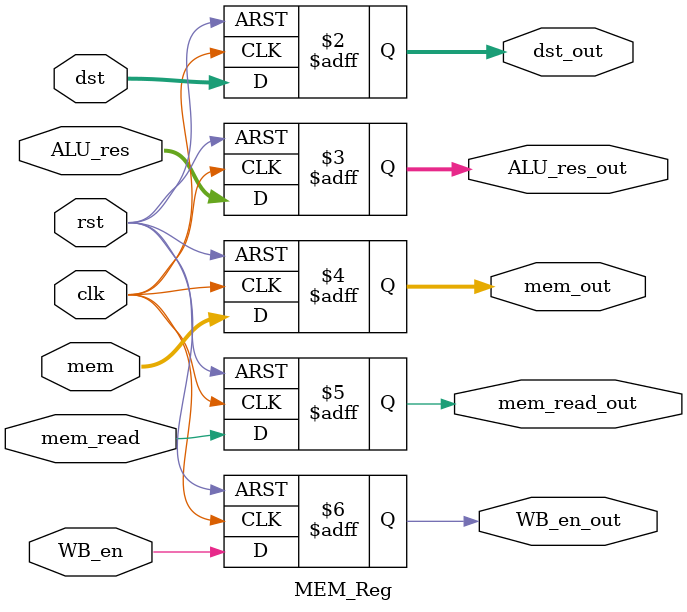
<source format=v>
module MEM_Reg
(
    input                       clk,
    input                       rst,
    input [3:0] dst,
    input [31:0] ALU_res,
    input [31:0] mem,
    input mem_read, WB_en,

    output reg [3:0] dst_out,
    output reg [31:0] ALU_res_out,
    output reg [31:0] mem_out,
    output reg mem_read_out, WB_en_out
);

always @(posedge clk, posedge rst) begin
    if(rst) begin
        dst_out <= 0;
        ALU_res_out <= 0;
        mem_out <= 0;
        mem_read_out <= 0;
        WB_en_out <= 0;
    end
    else begin
        dst_out <= dst;
        ALU_res_out <= ALU_res;
        mem_out <= mem;
        mem_read_out <= mem_read;
        WB_en_out <= WB_en;
    end
end

endmodule

</source>
